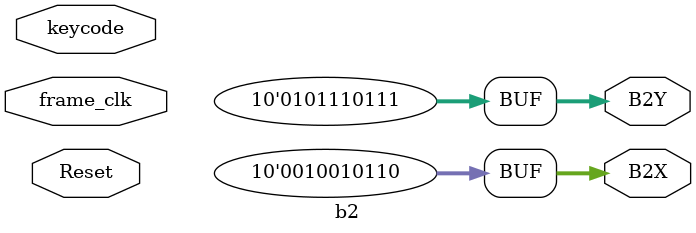
<source format=sv>



module  b2 ( input Reset, frame_clk, input [7:0] keycode,
               output [9:0]  B2X, B2Y);
    
       
    assign B2X = 150;
   
    assign B2Y = 375;
    

endmodule

</source>
